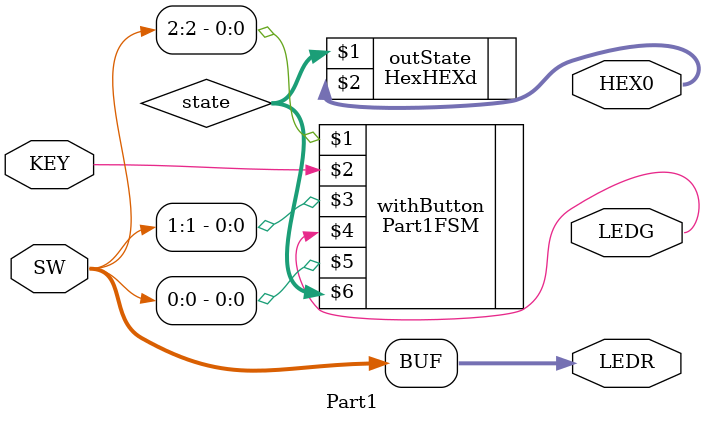
<source format=sv>

/****************************************************************************
 * Part1.sv
 ****************************************************************************/

  
/**
 * Module: Part1
 * 
 * TODO: Add module documentation
 */
module Part1(input [17:0]SW,input [0:0]KEY,output [0:0] LEDG,output [17:0]LEDR,output [0:6] HEX0);
assign LEDR=SW;
reg [3:0] state;
Part1FSM withButton(SW[2],KEY,SW[1],LEDG,SW[0],state);
HexHEXd outState(state,HEX0);


endmodule



</source>
